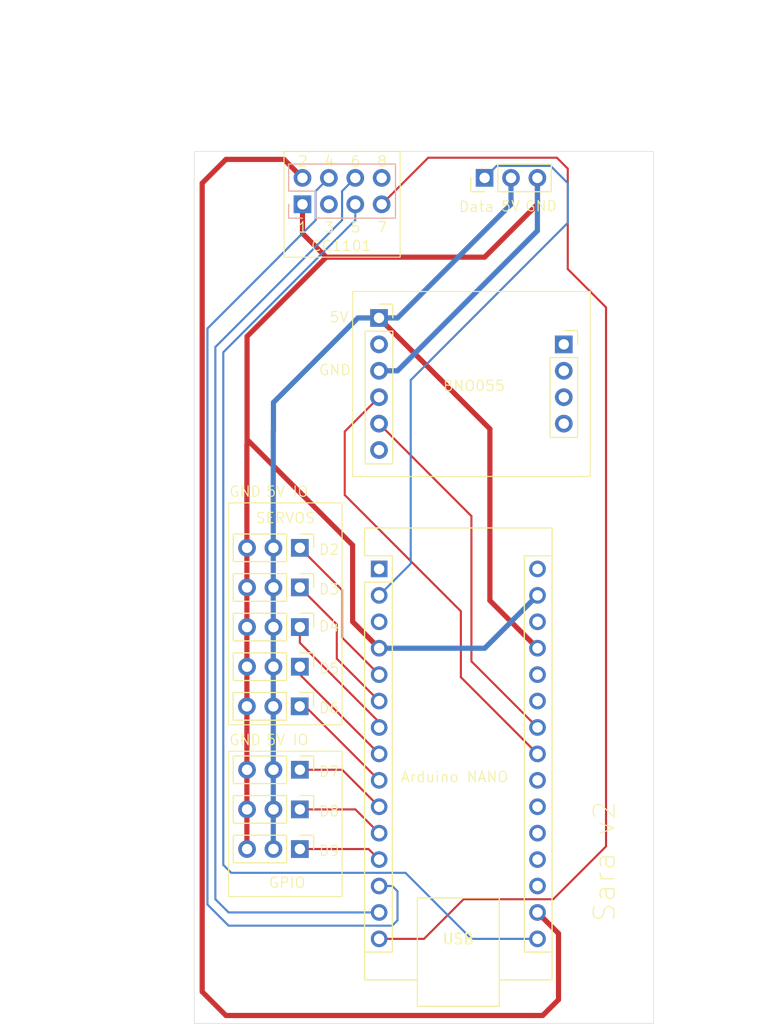
<source format=kicad_pcb>
(kicad_pcb (version 20240108) (generator "pcbnew") (generator_version "8.0")
  (layers (0 "F.Cu" signal) (31 "B.Cu" signal) (34 "B.Paste" user) (35 "F.Paste" user) (36 "B.SilkS" user "B.Silkscreen") (37 "F.SilkS" user "F.Silkscreen") (38 "B.Mask" user) (39 "F.Mask" user) (44 "Edge.Cuts" user))
  (net 0 "")
  (net 3 "Net-(A1-D5)")
  (net 4 "/3.3V")
  (net 6 "/GND")
  (net 7 "Net-(A1-+5V)")
  (net 8 "Net-(A1-D4)")
  (net 10 "/GDO2")
  (net 11 "Net-(A1-SCL{slash}A5)")
  (net 13 "Net-(A1-D2)")
  (net 15 "Net-(A1-RX1)")
  (net 17 "/MISO")
  (net 20 "/CSN")
  (net 21 "Net-(A1-D3)")
  (net 23 "Net-(A1-SDA{slash}A4)")
  (net 30 "/MOSI")
  (net 32 "/GD01")
  (net 33 "Net-(A1-D8)")
  (net 34 "Net-(A1-D9)")
  (net 35 "Net-(A1-D7)")
  (net 36 "/SCK")
  (net 37 "Net-(A1-D6)")
  (footprint "Connector_PinHeader_2.54mm:PinHeader_1x03_P2.54mm_Vertical" (layer "F.Cu") (at 96.52 94.996 -90)
    (property "Reference" "J7" (hide yes))
    (property "Value" "GPIO9" (hide yes))
    (fp_line (start -1.33 6.41) (end 1.33 6.41) (stroke (width 0.12)) (layer "F.SilkS"))
    (fp_line (start -1.33 1.27) (end -1.33 6.41) (stroke (width 0.12)) (layer "F.SilkS"))
    (fp_line (start -1.33 1.27) (end 1.33 1.27) (stroke (width 0.12)) (layer "F.SilkS"))
    (fp_line (start 1.33 1.27) (end 1.33 6.41) (stroke (width 0.12)) (layer "F.SilkS"))
    (fp_line (start -1.33 0) (end -1.33 -1.33) (stroke (width 0.12)) (layer "F.SilkS"))
    (fp_line (start -1.33 -1.33) (end 0 -1.33) (stroke (width 0.12)) (layer "F.SilkS"))
    (pad "1" thru_hole rect (at 0 0 270) (size 1.7 1.7) (drill 1) (layers "*.Cu" "*.Mask") (net 34 "Net-(A1-D9)"))
    (pad "2" thru_hole oval (at 0 2.54 270) (size 1.7 1.7) (drill 1) (layers "*.Cu" "*.Mask") (net 7 "Net-(A1-+5V)"))
    (pad "3" thru_hole oval (at 0 5.08 270) (size 1.7 1.7) (drill 1) (layers "*.Cu" "*.Mask") (net 6 "/GND"))
  )
  (footprint "Module:Arduino_Nano" (layer "F.Cu") (at 104.15 68.072)
    (property "Reference" "A1" (hide yes))
    (property "Value" "Arduino_Nano_Every" (hide yes))
    (fp_line (start -1.4 -3.94) (end -1.4 -1.27) (stroke (width 0.12)) (layer "F.SilkS"))
    (fp_line (start -1.4 1.27) (end -1.4 39.5) (stroke (width 0.12)) (layer "F.SilkS"))
    (fp_line (start -1.4 39.5) (end 3.68 39.5) (stroke (width 0.12)) (layer "F.SilkS"))
    (fp_line (start 1.27 -1.27) (end -1.4 -1.27) (stroke (width 0.12)) (layer "F.SilkS"))
    (fp_line (start 1.27 1.27) (end -1.4 1.27) (stroke (width 0.12)) (layer "F.SilkS"))
    (fp_line (start 1.27 1.27) (end 1.27 -1.27) (stroke (width 0.12)) (layer "F.SilkS"))
    (fp_line (start 1.27 1.27) (end 1.27 36.83) (stroke (width 0.12)) (layer "F.SilkS"))
    (fp_line (start 1.27 36.83) (end -1.4 36.83) (stroke (width 0.12)) (layer "F.SilkS"))
    (fp_line (start 3.68 31.62) (end 11.56 31.62) (stroke (width 0.12)) (layer "F.SilkS"))
    (fp_line (start 3.68 42.04) (end 3.68 31.62) (stroke (width 0.12)) (layer "F.SilkS"))
    (fp_line (start 11.56 31.62) (end 11.56 42.04) (stroke (width 0.12)) (layer "F.SilkS"))
    (fp_line (start 11.56 42.04) (end 3.68 42.04) (stroke (width 0.12)) (layer "F.SilkS"))
    (fp_line (start 13.97 -1.27) (end 13.97 36.83) (stroke (width 0.12)) (layer "F.SilkS"))
    (fp_line (start 13.97 -1.27) (end 16.64 -1.27) (stroke (width 0.12)) (layer "F.SilkS"))
    (fp_line (start 13.97 36.83) (end 16.64 36.83) (stroke (width 0.12)) (layer "F.SilkS"))
    (fp_line (start 16.64 -3.94) (end -1.4 -3.94) (stroke (width 0.12)) (layer "F.SilkS"))
    (fp_line (start 16.64 39.5) (end 11.56 39.5) (stroke (width 0.12)) (layer "F.SilkS"))
    (fp_line (start 16.64 39.5) (end 16.64 -3.94) (stroke (width 0.12)) (layer "F.SilkS"))
    (fp_text user "USB" (at 7.62 35.56 0) (layer "F.SilkS"))
    (pad "1" thru_hole rect (at 0 0) (size 1.6 1.6) (drill 1) (layers "*.Cu" "*.Mask"))
    (pad "2" thru_hole oval (at 0 2.54) (size 1.6 1.6) (drill 1) (layers "*.Cu" "*.Mask") (net 15 "Net-(A1-RX1)"))
    (pad "3" thru_hole oval (at 0 5.08) (size 1.6 1.6) (drill 1) (layers "*.Cu" "*.Mask"))
    (pad "4" thru_hole oval (at 0 7.62) (size 1.6 1.6) (drill 1) (layers "*.Cu" "*.Mask") (net 6 "/GND"))
    (pad "5" thru_hole oval (at 0 10.16) (size 1.6 1.6) (drill 1) (layers "*.Cu" "*.Mask") (net 13 "Net-(A1-D2)"))
    (pad "6" thru_hole oval (at 0 12.7) (size 1.6 1.6) (drill 1) (layers "*.Cu" "*.Mask") (net 21 "Net-(A1-D3)"))
    (pad "7" thru_hole oval (at 0 15.24) (size 1.6 1.6) (drill 1) (layers "*.Cu" "*.Mask") (net 8 "Net-(A1-D4)"))
    (pad "8" thru_hole oval (at 0 17.78) (size 1.6 1.6) (drill 1) (layers "*.Cu" "*.Mask") (net 3 "Net-(A1-D5)"))
    (pad "9" thru_hole oval (at 0 20.32) (size 1.6 1.6) (drill 1) (layers "*.Cu" "*.Mask") (net 37 "Net-(A1-D6)"))
    (pad "10" thru_hole oval (at 0 22.86) (size 1.6 1.6) (drill 1) (layers "*.Cu" "*.Mask") (net 35 "Net-(A1-D7)"))
    (pad "11" thru_hole oval (at 0 25.4) (size 1.6 1.6) (drill 1) (layers "*.Cu" "*.Mask") (net 33 "Net-(A1-D8)"))
    (pad "12" thru_hole oval (at 0 27.94) (size 1.6 1.6) (drill 1) (layers "*.Cu" "*.Mask") (net 34 "Net-(A1-D9)"))
    (pad "13" thru_hole oval (at 0 30.48) (size 1.6 1.6) (drill 1) (layers "*.Cu" "*.Mask") (net 20 "/CSN"))
    (pad "14" thru_hole oval (at 0 33.02) (size 1.6 1.6) (drill 1) (layers "*.Cu" "*.Mask") (net 30 "/MOSI"))
    (pad "15" thru_hole oval (at 0 35.56) (size 1.6 1.6) (drill 1) (layers "*.Cu" "*.Mask") (net 17 "/MISO"))
    (pad "16" thru_hole oval (at 15.24 35.56) (size 1.6 1.6) (drill 1) (layers "*.Cu" "*.Mask") (net 36 "/SCK"))
    (pad "17" thru_hole oval (at 15.24 33.02) (size 1.6 1.6) (drill 1) (layers "*.Cu" "*.Mask") (net 4 "/3.3V"))
    (pad "18" thru_hole oval (at 15.24 30.48) (size 1.6 1.6) (drill 1) (layers "*.Cu" "*.Mask"))
    (pad "19" thru_hole oval (at 15.24 27.94) (size 1.6 1.6) (drill 1) (layers "*.Cu" "*.Mask"))
    (pad "20" thru_hole oval (at 15.24 25.4) (size 1.6 1.6) (drill 1) (layers "*.Cu" "*.Mask"))
    (pad "21" thru_hole oval (at 15.24 22.86) (size 1.6 1.6) (drill 1) (layers "*.Cu" "*.Mask"))
    (pad "22" thru_hole oval (at 15.24 20.32) (size 1.6 1.6) (drill 1) (layers "*.Cu" "*.Mask"))
    (pad "23" thru_hole oval (at 15.24 17.78) (size 1.6 1.6) (drill 1) (layers "*.Cu" "*.Mask") (net 23 "Net-(A1-SDA{slash}A4)"))
    (pad "24" thru_hole oval (at 15.24 15.24) (size 1.6 1.6) (drill 1) (layers "*.Cu" "*.Mask") (net 11 "Net-(A1-SCL{slash}A5)"))
    (pad "25" thru_hole oval (at 15.24 12.7) (size 1.6 1.6) (drill 1) (layers "*.Cu" "*.Mask"))
    (pad "26" thru_hole oval (at 15.24 10.16) (size 1.6 1.6) (drill 1) (layers "*.Cu" "*.Mask"))
    (pad "27" thru_hole oval (at 15.24 7.62) (size 1.6 1.6) (drill 1) (layers "*.Cu" "*.Mask") (net 7 "Net-(A1-+5V)"))
    (pad "28" thru_hole oval (at 15.24 5.08) (size 1.6 1.6) (drill 1) (layers "*.Cu" "*.Mask"))
    (pad "29" thru_hole oval (at 15.24 2.54) (size 1.6 1.6) (drill 1) (layers "*.Cu" "*.Mask") (net 6 "/GND"))
    (pad "30" thru_hole oval (at 15.24 0) (size 1.6 1.6) (drill 1) (layers "*.Cu" "*.Mask"))
  )
  (footprint "Connector_PinSocket_2.54mm:PinSocket_1x04_P2.54mm_Vertical" (layer "F.Cu") (at 121.92 46.482)
    (property "Reference" "J2" (hide yes))
    (property "Value" "Conn_01x04_Pin" (hide yes))
    (fp_line (start -1.33 1.27) (end -1.33 8.95) (stroke (width 0.12)) (layer "F.SilkS"))
    (fp_line (start -1.33 1.27) (end 1.33 1.27) (stroke (width 0.12)) (layer "F.SilkS"))
    (fp_line (start -1.33 8.95) (end 1.33 8.95) (stroke (width 0.12)) (layer "F.SilkS"))
    (fp_line (start 0 -1.33) (end 1.33 -1.33) (stroke (width 0.12)) (layer "F.SilkS"))
    (fp_line (start 1.33 -1.33) (end 1.33 0) (stroke (width 0.12)) (layer "F.SilkS"))
    (fp_line (start 1.33 1.27) (end 1.33 8.95) (stroke (width 0.12)) (layer "F.SilkS"))
    (pad "1" thru_hole rect (at 0 0) (size 1.7 1.7) (drill 1) (layers "*.Cu" "*.Mask"))
    (pad "2" thru_hole oval (at 0 2.54) (size 1.7 1.7) (drill 1) (layers "*.Cu" "*.Mask"))
    (pad "3" thru_hole oval (at 0 5.08) (size 1.7 1.7) (drill 1) (layers "*.Cu" "*.Mask"))
    (pad "4" thru_hole oval (at 0 7.62) (size 1.7 1.7) (drill 1) (layers "*.Cu" "*.Mask"))
  )
  (footprint "MountingHole:MountingHole_3mm" (layer "F.Cu") (at 91.44 33.02)
    (property "Reference" "H2" (hide yes))
    (property "Value" "MountingHole" (hide yes))
    (pad "" np_thru_hole circle (at 0 0) (size 3 3) (drill 3) (layers "*.Cu" "*.Mask"))
  )
  (footprint "MountingHole:MountingHole_3mm" (layer "F.Cu") (at 91.44 106.68)
    (property "Reference" "H3" (hide yes))
    (property "Value" "MountingHole" (hide yes))
    (pad "" np_thru_hole circle (at 0 0) (size 3 3) (drill 3) (layers "*.Cu" "*.Mask"))
  )
  (footprint "Connector_PinHeader_2.54mm:PinHeader_1x03_P2.54mm_Vertical" (layer "F.Cu") (at 96.52 87.376 -90)
    (property "Reference" "J5" (hide yes))
    (property "Value" "GPIO7" (hide yes))
    (fp_line (start -1.33 6.41) (end 1.33 6.41) (stroke (width 0.12)) (layer "F.SilkS"))
    (fp_line (start -1.33 1.27) (end -1.33 6.41) (stroke (width 0.12)) (layer "F.SilkS"))
    (fp_line (start -1.33 1.27) (end 1.33 1.27) (stroke (width 0.12)) (layer "F.SilkS"))
    (fp_line (start 1.33 1.27) (end 1.33 6.41) (stroke (width 0.12)) (layer "F.SilkS"))
    (fp_line (start -1.33 0) (end -1.33 -1.33) (stroke (width 0.12)) (layer "F.SilkS"))
    (fp_line (start -1.33 -1.33) (end 0 -1.33) (stroke (width 0.12)) (layer "F.SilkS"))
    (pad "1" thru_hole rect (at 0 0 270) (size 1.7 1.7) (drill 1) (layers "*.Cu" "*.Mask") (net 35 "Net-(A1-D7)"))
    (pad "2" thru_hole oval (at 0 2.54 270) (size 1.7 1.7) (drill 1) (layers "*.Cu" "*.Mask") (net 7 "Net-(A1-+5V)"))
    (pad "3" thru_hole oval (at 0 5.08 270) (size 1.7 1.7) (drill 1) (layers "*.Cu" "*.Mask") (net 6 "/GND"))
  )
  (footprint "Connector_PinHeader_2.54mm:PinHeader_1x03_P2.54mm_Vertical" (layer "F.Cu") (at 96.52 69.85 -90)
    (property "Reference" "M2" (hide yes))
    (property "Value" "Motor_Servo" (hide yes))
    (fp_line (start -1.33 6.41) (end 1.33 6.41) (stroke (width 0.12)) (layer "F.SilkS"))
    (fp_line (start -1.33 1.27) (end -1.33 6.41) (stroke (width 0.12)) (layer "F.SilkS"))
    (fp_line (start -1.33 1.27) (end 1.33 1.27) (stroke (width 0.12)) (layer "F.SilkS"))
    (fp_line (start 1.33 1.27) (end 1.33 6.41) (stroke (width 0.12)) (layer "F.SilkS"))
    (fp_line (start -1.33 0) (end -1.33 -1.33) (stroke (width 0.12)) (layer "F.SilkS"))
    (fp_line (start -1.33 -1.33) (end 0 -1.33) (stroke (width 0.12)) (layer "F.SilkS"))
    (pad "1" thru_hole rect (at 0 0 270) (size 1.7 1.7) (drill 1) (layers "*.Cu" "*.Mask") (net 21 "Net-(A1-D3)"))
    (pad "2" thru_hole oval (at 0 2.54 270) (size 1.7 1.7) (drill 1) (layers "*.Cu" "*.Mask") (net 7 "Net-(A1-+5V)"))
    (pad "3" thru_hole oval (at 0 5.08 270) (size 1.7 1.7) (drill 1) (layers "*.Cu" "*.Mask") (net 6 "/GND"))
  )
  (footprint "Connector_PinHeader_2.54mm:PinHeader_1x03_P2.54mm_Vertical" (layer "F.Cu") (at 96.52 66.04 -90)
    (property "Reference" "M1" (hide yes))
    (property "Value" "Motor_Servo" (hide yes))
    (fp_line (start -1.33 6.41) (end 1.33 6.41) (stroke (width 0.12)) (layer "F.SilkS"))
    (fp_line (start -1.33 1.27) (end -1.33 6.41) (stroke (width 0.12)) (layer "F.SilkS"))
    (fp_line (start -1.33 1.27) (end 1.33 1.27) (stroke (width 0.12)) (layer "F.SilkS"))
    (fp_line (start 1.33 1.27) (end 1.33 6.41) (stroke (width 0.12)) (layer "F.SilkS"))
    (fp_line (start -1.33 0) (end -1.33 -1.33) (stroke (width 0.12)) (layer "F.SilkS"))
    (fp_line (start -1.33 -1.33) (end 0 -1.33) (stroke (width 0.12)) (layer "F.SilkS"))
    (pad "1" thru_hole rect (at 0 0 270) (size 1.7 1.7) (drill 1) (layers "*.Cu" "*.Mask") (net 13 "Net-(A1-D2)"))
    (pad "2" thru_hole oval (at 0 2.54 270) (size 1.7 1.7) (drill 1) (layers "*.Cu" "*.Mask") (net 7 "Net-(A1-+5V)"))
    (pad "3" thru_hole oval (at 0 5.08 270) (size 1.7 1.7) (drill 1) (layers "*.Cu" "*.Mask") (net 6 "/GND"))
  )
  (footprint "Connector_PinHeader_2.54mm:PinHeader_1x03_P2.54mm_Vertical" (layer "F.Cu") (at 96.52 73.66 -90)
    (property "Reference" "M3" (hide yes))
    (property "Value" "Motor_Servo" (hide yes))
    (fp_line (start -1.33 6.41) (end 1.33 6.41) (stroke (width 0.12)) (layer "F.SilkS"))
    (fp_line (start -1.33 1.27) (end -1.33 6.41) (stroke (width 0.12)) (layer "F.SilkS"))
    (fp_line (start -1.33 1.27) (end 1.33 1.27) (stroke (width 0.12)) (layer "F.SilkS"))
    (fp_line (start 1.33 1.27) (end 1.33 6.41) (stroke (width 0.12)) (layer "F.SilkS"))
    (fp_line (start -1.33 0) (end -1.33 -1.33) (stroke (width 0.12)) (layer "F.SilkS"))
    (fp_line (start -1.33 -1.33) (end 0 -1.33) (stroke (width 0.12)) (layer "F.SilkS"))
    (pad "1" thru_hole rect (at 0 0 270) (size 1.7 1.7) (drill 1) (layers "*.Cu" "*.Mask") (net 8 "Net-(A1-D4)"))
    (pad "2" thru_hole oval (at 0 2.54 270) (size 1.7 1.7) (drill 1) (layers "*.Cu" "*.Mask") (net 7 "Net-(A1-+5V)"))
    (pad "3" thru_hole oval (at 0 5.08 270) (size 1.7 1.7) (drill 1) (layers "*.Cu" "*.Mask") (net 6 "/GND"))
  )
  (footprint "Connector_PinHeader_2.54mm:PinHeader_1x03_P2.54mm_Vertical" (layer "F.Cu") (at 96.505 81.28 -90)
    (property "Reference" "M5" (hide yes))
    (property "Value" "Motor_Servo" (hide yes))
    (fp_line (start -1.33 6.41) (end 1.33 6.41) (stroke (width 0.12)) (layer "F.SilkS"))
    (fp_line (start -1.33 1.27) (end -1.33 6.41) (stroke (width 0.12)) (layer "F.SilkS"))
    (fp_line (start -1.33 1.27) (end 1.33 1.27) (stroke (width 0.12)) (layer "F.SilkS"))
    (fp_line (start 1.33 1.27) (end 1.33 6.41) (stroke (width 0.12)) (layer "F.SilkS"))
    (fp_line (start -1.33 0) (end -1.33 -1.33) (stroke (width 0.12)) (layer "F.SilkS"))
    (fp_line (start -1.33 -1.33) (end 0 -1.33) (stroke (width 0.12)) (layer "F.SilkS"))
    (pad "1" thru_hole rect (at 0 0 270) (size 1.7 1.7) (drill 1) (layers "*.Cu" "*.Mask") (net 37 "Net-(A1-D6)"))
    (pad "2" thru_hole oval (at 0 2.54 270) (size 1.7 1.7) (drill 1) (layers "*.Cu" "*.Mask") (net 7 "Net-(A1-+5V)"))
    (pad "3" thru_hole oval (at 0 5.08 270) (size 1.7 1.7) (drill 1) (layers "*.Cu" "*.Mask") (net 6 "/GND"))
  )
  (footprint "Connector_PinHeader_2.54mm:PinHeader_1x03_P2.54mm_Vertical" (layer "F.Cu") (at 96.52 91.186 -90)
    (property "Reference" "J6" (hide yes))
    (property "Value" "GPIO8" (hide yes))
    (fp_line (start -1.33 6.41) (end 1.33 6.41) (stroke (width 0.12)) (layer "F.SilkS"))
    (fp_line (start -1.33 1.27) (end -1.33 6.41) (stroke (width 0.12)) (layer "F.SilkS"))
    (fp_line (start -1.33 1.27) (end 1.33 1.27) (stroke (width 0.12)) (layer "F.SilkS"))
    (fp_line (start 1.33 1.27) (end 1.33 6.41) (stroke (width 0.12)) (layer "F.SilkS"))
    (fp_line (start -1.33 0) (end -1.33 -1.33) (stroke (width 0.12)) (layer "F.SilkS"))
    (fp_line (start -1.33 -1.33) (end 0 -1.33) (stroke (width 0.12)) (layer "F.SilkS"))
    (pad "1" thru_hole rect (at 0 0 270) (size 1.7 1.7) (drill 1) (layers "*.Cu" "*.Mask") (net 33 "Net-(A1-D8)"))
    (pad "2" thru_hole oval (at 0 2.54 270) (size 1.7 1.7) (drill 1) (layers "*.Cu" "*.Mask") (net 7 "Net-(A1-+5V)"))
    (pad "3" thru_hole oval (at 0 5.08 270) (size 1.7 1.7) (drill 1) (layers "*.Cu" "*.Mask") (net 6 "/GND"))
  )
  (footprint "Connector_PinHeader_2.54mm:PinHeader_1x03_P2.54mm_Vertical" (layer "F.Cu") (at 96.52 77.47 -90)
    (property "Reference" "M4" (hide yes))
    (property "Value" "Motor_Servo" (hide yes))
    (fp_line (start -1.33 6.41) (end 1.33 6.41) (stroke (width 0.12)) (layer "F.SilkS"))
    (fp_line (start -1.33 1.27) (end -1.33 6.41) (stroke (width 0.12)) (layer "F.SilkS"))
    (fp_line (start -1.33 1.27) (end 1.33 1.27) (stroke (width 0.12)) (layer "F.SilkS"))
    (fp_line (start 1.33 1.27) (end 1.33 6.41) (stroke (width 0.12)) (layer "F.SilkS"))
    (fp_line (start -1.33 0) (end -1.33 -1.33) (stroke (width 0.12)) (layer "F.SilkS"))
    (fp_line (start -1.33 -1.33) (end 0 -1.33) (stroke (width 0.12)) (layer "F.SilkS"))
    (pad "1" thru_hole rect (at 0 0 270) (size 1.7 1.7) (drill 1) (layers "*.Cu" "*.Mask") (net 3 "Net-(A1-D5)"))
    (pad "2" thru_hole oval (at 0 2.54 270) (size 1.7 1.7) (drill 1) (layers "*.Cu" "*.Mask") (net 7 "Net-(A1-+5V)"))
    (pad "3" thru_hole oval (at 0 5.08 270) (size 1.7 1.7) (drill 1) (layers "*.Cu" "*.Mask") (net 6 "/GND"))
  )
  (footprint "MountingHole:MountingHole_3mm" (layer "F.Cu") (at 125.984 33.02)
    (property "Reference" "H1" (hide yes))
    (property "Value" "MountingHole" (hide yes))
    (pad "" np_thru_hole circle (at 0 0) (size 3 3) (drill 3) (layers "*.Cu" "*.Mask"))
  )
  (footprint "MountingHole:MountingHole_3mm" (layer "F.Cu") (at 125.984 106.426)
    (property "Reference" "H4" (hide yes))
    (property "Value" "MountingHole" (hide yes))
    (pad "" np_thru_hole circle (at 0 0) (size 3 3) (drill 3) (layers "*.Cu" "*.Mask"))
  )
  (footprint "Connector_PinHeader_2.54mm:PinHeader_1x03_P2.54mm_Vertical" (layer "F.Cu") (at 114.3 30.48 90)
    (property "Reference" "J3" (hide yes))
    (property "Value" "Conn_01x03" (hide yes))
    (fp_line (start -1.33 -1.33) (end 0 -1.33) (stroke (width 0.12)) (layer "F.SilkS"))
    (fp_line (start -1.33 0) (end -1.33 -1.33) (stroke (width 0.12)) (layer "F.SilkS"))
    (fp_line (start 1.33 1.27) (end 1.33 6.41) (stroke (width 0.12)) (layer "F.SilkS"))
    (fp_line (start -1.33 1.27) (end 1.33 1.27) (stroke (width 0.12)) (layer "F.SilkS"))
    (fp_line (start -1.33 1.27) (end -1.33 6.41) (stroke (width 0.12)) (layer "F.SilkS"))
    (fp_line (start -1.33 6.41) (end 1.33 6.41) (stroke (width 0.12)) (layer "F.SilkS"))
    (pad "1" thru_hole rect (at 0 0 90) (size 1.7 1.7) (drill 1) (layers "*.Cu" "*.Mask") (net 15 "Net-(A1-RX1)"))
    (pad "2" thru_hole oval (at 0 2.54 90) (size 1.7 1.7) (drill 1) (layers "*.Cu" "*.Mask") (net 7 "Net-(A1-+5V)"))
    (pad "3" thru_hole oval (at 0 5.08 90) (size 1.7 1.7) (drill 1) (layers "*.Cu" "*.Mask") (net 6 "/GND"))
  )
  (footprint "Connector_PinSocket_2.54mm:PinSocket_1x06_P2.54mm_Vertical" (layer "F.Cu") (at 104.14 43.942)
    (property "Reference" "J1" (hide yes))
    (property "Value" "Conn_01x06_Pin" (hide yes))
    (fp_line (start -1.33 1.27) (end -1.33 14.03) (stroke (width 0.12)) (layer "F.SilkS"))
    (fp_line (start -1.33 1.27) (end 1.33 1.27) (stroke (width 0.12)) (layer "F.SilkS"))
    (fp_line (start -1.33 14.03) (end 1.33 14.03) (stroke (width 0.12)) (layer "F.SilkS"))
    (fp_line (start 0 -1.33) (end 1.33 -1.33) (stroke (width 0.12)) (layer "F.SilkS"))
    (fp_line (start 1.33 -1.33) (end 1.33 0) (stroke (width 0.12)) (layer "F.SilkS"))
    (fp_line (start 1.33 1.27) (end 1.33 14.03) (stroke (width 0.12)) (layer "F.SilkS"))
    (pad "1" thru_hole rect (at 0 0) (size 1.7 1.7) (drill 1) (layers "*.Cu" "*.Mask") (net 7 "Net-(A1-+5V)"))
    (pad "2" thru_hole oval (at 0 2.54) (size 1.7 1.7) (drill 1) (layers "*.Cu" "*.Mask"))
    (pad "3" thru_hole oval (at 0 5.08) (size 1.7 1.7) (drill 1) (layers "*.Cu" "*.Mask") (net 6 "/GND"))
    (pad "4" thru_hole oval (at 0 7.62) (size 1.7 1.7) (drill 1) (layers "*.Cu" "*.Mask") (net 23 "Net-(A1-SDA{slash}A4)"))
    (pad "5" thru_hole oval (at 0 10.16) (size 1.7 1.7) (drill 1) (layers "*.Cu" "*.Mask") (net 11 "Net-(A1-SCL{slash}A5)"))
    (pad "6" thru_hole oval (at 0 12.7) (size 1.7 1.7) (drill 1) (layers "*.Cu" "*.Mask"))
  )
  (footprint "Connector_PinSocket_2.54mm:PinSocket_2x04_P2.54mm_Vertical" (layer "B.Cu") (at 96.774 33.02 -90)
    (property "Reference" "J4" (hide yes))
    (property "Value" "Conn_02x04_Odd_Even" (hide yes))
    (fp_line (start -1.27 1.33) (end -3.87 1.33) (stroke (width 0.12)) (layer "B.SilkS"))
    (fp_line (start 1.33 1.33) (end 0 1.33) (stroke (width 0.12)) (layer "B.SilkS"))
    (fp_line (start 1.33 0) (end 1.33 1.33) (stroke (width 0.12)) (layer "B.SilkS"))
    (fp_line (start -1.27 -1.27) (end -1.27 1.33) (stroke (width 0.12)) (layer "B.SilkS"))
    (fp_line (start 1.33 -1.27) (end -1.27 -1.27) (stroke (width 0.12)) (layer "B.SilkS"))
    (fp_line (start -3.87 -8.95) (end -3.87 1.33) (stroke (width 0.12)) (layer "B.SilkS"))
    (fp_line (start 1.33 -8.95) (end 1.33 -1.27) (stroke (width 0.12)) (layer "B.SilkS"))
    (fp_line (start 1.33 -8.95) (end -3.87 -8.95) (stroke (width 0.12)) (layer "B.SilkS"))
    (pad "1" thru_hole rect (at 0 0 270) (size 1.7 1.7) (drill 1) (layers "*.Cu" "*.Mask") (net 6 "/GND"))
    (pad "2" thru_hole oval (at -2.54 0 270) (size 1.7 1.7) (drill 1) (layers "*.Cu" "*.Mask") (net 4 "/3.3V"))
    (pad "3" thru_hole oval (at 0 -2.54 270) (size 1.7 1.7) (drill 1) (layers "*.Cu" "*.Mask") (net 32 "/GD01"))
    (pad "4" thru_hole oval (at -2.54 -2.54 270) (size 1.7 1.7) (drill 1) (layers "*.Cu" "*.Mask") (net 20 "/CSN"))
    (pad "5" thru_hole oval (at 0 -5.08 270) (size 1.7 1.7) (drill 1) (layers "*.Cu" "*.Mask") (net 36 "/SCK"))
    (pad "6" thru_hole oval (at -2.54 -5.08 270) (size 1.7 1.7) (drill 1) (layers "*.Cu" "*.Mask") (net 30 "/MOSI"))
    (pad "7" thru_hole oval (at 0 -7.62 270) (size 1.7 1.7) (drill 1) (layers "*.Cu" "*.Mask") (net 17 "/MISO"))
    (pad "8" thru_hole oval (at -2.54 -7.62 270) (size 1.7 1.7) (drill 1) (layers "*.Cu" "*.Mask") (net 10 "/GDO2"))
  )
  (gr_rect (start 89.662 61.722) (end 100.584 83.058) (stroke (width 0.1)) (fill none) (layer "F.SilkS"))
  (gr_rect (start 89.662 85.598) (end 100.584 99.568) (stroke (width 0.1)) (fill none) (layer "F.SilkS"))
  (gr_rect (start 101.6 41.402) (end 124.46 59.182) (stroke (width 0.1)) (fill none) (layer "F.SilkS"))
  (gr_rect (start 94.996 27.94) (end 106.172 38.1) (stroke (width 0.1)) (fill none) (layer "F.SilkS"))
  (gr_rect (start 86.36 27.94) (end 130.556 111.76) (stroke (width 0.05)) (fill none) (layer "Edge.Cuts"))
  (gr_text "6" (at 101.346 29.464 0) (layer "F.SilkS") (effects (font (size 1 1) (thickness 0.1)) (justify left bottom)))
  (gr_text "D3\n" (at 98.298 70.612 0) (layer "F.SilkS") (effects (font (size 1 1) (thickness 0.1)) (justify left bottom)))
  (gr_text "Arduino NANO" (at 106.172 88.646 0) (layer "F.SilkS") (effects (font (size 1 1) (thickness 0.1)) (justify left bottom)))
  (gr_text "4" (at 98.806 29.464 0) (layer "F.SilkS") (effects (font (size 1 1) (thickness 0.1)) (justify left bottom)))
  (gr_text "2" (at 96.266 29.464 0) (layer "F.SilkS") (effects (font (size 1 1) (thickness 0.1)) (justify left bottom)))
  (gr_text "7" (at 103.886 35.814 0) (layer "F.SilkS") (effects (font (size 1 1) (thickness 0.1)) (justify left bottom)))
  (gr_text "D9" (at 98.298 95.758 0) (layer "F.SilkS") (effects (font (size 1 1) (thickness 0.1)) (justify left bottom)))
  (gr_text "GND" (at 89.662 85.09 0) (layer "F.SilkS") (effects (font (size 1 1) (thickness 0.1)) (justify left bottom)))
  (gr_text "Sara v2" (at 127 102.108 90) (layer "F.SilkS") (effects (font (size 2 2) (thickness 0.1)) (justify left bottom)))
  (gr_text "1" (at 96.266 35.814 0) (layer "F.SilkS") (effects (font (size 1 1) (thickness 0.1)) (justify left bottom)))
  (gr_text "BNO055" (at 110.236 51.054 0) (layer "F.SilkS") (effects (font (size 1 1) (thickness 0.1)) (justify left bottom)))
  (gr_text "5" (at 101.346 35.814 0) (layer "F.SilkS") (effects (font (size 1 1) (thickness 0.1)) (justify left bottom)))
  (gr_text "5V\n" (at 93.218 85.09 0) (layer "F.SilkS") (effects (font (size 1 1) (thickness 0.1)) (justify left bottom)))
  (gr_text "5V" (at 115.824 33.782 0) (layer "F.SilkS") (effects (font (size 1 1) (thickness 0.1)) (justify left bottom)))
  (gr_text "GND" (at 89.662 61.214 0) (layer "F.SilkS") (effects (font (size 1 1) (thickness 0.1)) (justify left bottom)))
  (gr_text "IO" (at 95.758 61.214 0) (layer "F.SilkS") (effects (font (size 1 1) (thickness 0.1)) (justify left bottom)))
  (gr_text "GPIO" (at 93.472 98.806 0) (layer "F.SilkS") (effects (font (size 1 1) (thickness 0.1)) (justify left bottom)))
  (gr_text "Data" (at 111.76 33.842 0) (layer "F.SilkS") (effects (font (size 1 1) (thickness 0.1)) (justify left bottom)))
  (gr_text "IO" (at 95.758 85.09 0) (layer "F.SilkS") (effects (font (size 1 1) (thickness 0.1)) (justify left bottom)))
  (gr_text "3" (at 98.806 35.814 0) (layer "F.SilkS") (effects (font (size 1 1) (thickness 0.1)) (justify left bottom)))
  (gr_text "5V\n" (at 93.218 61.214 0) (layer "F.SilkS") (effects (font (size 1 1) (thickness 0.1)) (justify left bottom)))
  (gr_text "GND" (at 98.298 49.53 0) (layer "F.SilkS") (effects (font (size 1 1) (thickness 0.1)) (justify left bottom)))
  (gr_text "D7\n" (at 98.298 88.138 0) (layer "F.SilkS") (effects (font (size 1 1) (thickness 0.1)) (justify left bottom)))
  (gr_text "5V" (at 99.314 44.45 0) (layer "F.SilkS") (effects (font (size 1 1) (thickness 0.1)) (justify left bottom)))
  (gr_text "D6" (at 98.298 82.042 0) (layer "F.SilkS") (effects (font (size 1 1) (thickness 0.1)) (justify left bottom)))
  (gr_text "8" (at 103.886 29.464 0) (layer "F.SilkS") (effects (font (size 1 1) (thickness 0.1)) (justify left bottom)))
  (gr_text "GND" (at 118.14 33.782 0) (layer "F.SilkS") (effects (font (size 1 1) (thickness 0.1)) (justify left bottom)))
  (gr_text "D2" (at 98.298 66.802 0) (layer "F.SilkS") (effects (font (size 1 1) (thickness 0.1)) (justify left bottom)))
  (gr_text "SERVOS" (at 92.202 63.754 0) (layer "F.SilkS") (effects (font (size 1 1) (thickness 0.1)) (justify left bottom)))
  (gr_text "D8\n" (at 98.298 91.948 0) (layer "F.SilkS") (effects (font (size 1 1) (thickness 0.1)) (justify left bottom)))
  (gr_text "D5\n" (at 98.298 78.232 0) (layer "F.SilkS") (effects (font (size 1 1) (thickness 0.1)) (justify left bottom)))
  (gr_text "D4\n" (at 98.298 74.168 0) (layer "F.SilkS") (effects (font (size 1 1) (thickness 0.1)) (justify left bottom)))
  (gr_text "CC1101" (at 97.536 37.592 0) (layer "F.SilkS") (effects (font (size 1 1) (thickness 0.1)) (justify left bottom)))
  (segment (start 96.52 78.222) (end 104.15 85.852) (width 0.2) (layer "F.Cu") (net 3))
  (segment (start 96.52 77.47) (end 96.52 78.222) (width 0.2) (layer "F.Cu") (net 3))
  (segment (start 89.408 110.998) (end 119.888 110.998) (width 0.5) (layer "F.Cu") (net 4))
  (segment (start 96.774 30.48) (end 94.996 28.702) (width 0.5) (layer "F.Cu") (net 4))
  (segment (start 89.408 28.702) (end 87.122 30.988) (width 0.5) (layer "F.Cu") (net 4))
  (segment (start 121.412 103.114) (end 119.39 101.092) (width 0.5) (layer "F.Cu") (net 4))
  (segment (start 119.888 110.998) (end 121.412 109.474) (width 0.5) (layer "F.Cu") (net 4))
  (segment (start 87.122 30.988) (end 87.122 108.712) (width 0.5) (layer "F.Cu") (net 4))
  (segment (start 121.412 109.474) (end 121.412 103.114) (width 0.5) (layer "F.Cu") (net 4))
  (segment (start 87.122 108.712) (end 89.408 110.998) (width 0.5) (layer "F.Cu") (net 4))
  (segment (start 94.996 28.702) (end 89.408 28.702) (width 0.5) (layer "F.Cu") (net 4))
  (segment (start 119.38 33.02) (end 114.3 38.1) (width 0.5) (layer "F.Cu") (net 6))
  (segment (start 91.425 56.149) (end 91.425 81.28) (width 0.5) (layer "F.Cu") (net 6))
  (segment (start 96.774 35.814) (end 99.06 38.1) (width 0.5) (layer "F.Cu") (net 6))
  (segment (start 91.425 94.981) (end 91.44 94.996) (width 0.5) (layer "F.Cu") (net 6))
  (segment (start 119.38 30.48) (end 119.38 33.02) (width 0.5) (layer "F.Cu") (net 6))
  (segment (start 91.44 55.626) (end 91.44 56.134) (width 0.5) (layer "F.Cu") (net 6))
  (segment (start 101.6 65.786) (end 101.6 73.142) (width 0.5) (layer "F.Cu") (net 6))
  (segment (start 99.06 38.1) (end 91.44 45.72) (width 0.5) (layer "F.Cu") (net 6))
  (segment (start 114.3 38.1) (end 99.06 38.1) (width 0.5) (layer "F.Cu") (net 6))
  (segment (start 96.774 33.02) (end 96.774 35.814) (width 0.5) (layer "F.Cu") (net 6))
  (segment (start 91.425 81.28) (end 91.425 94.981) (width 0.5) (layer "F.Cu") (net 6))
  (segment (start 91.44 56.134) (end 91.425 56.149) (width 0.5) (layer "F.Cu") (net 6))
  (segment (start 101.6 65.786) (end 91.44 55.626) (width 0.5) (layer "F.Cu") (net 6))
  (segment (start 101.6 73.142) (end 104.15 75.692) (width 0.5) (layer "F.Cu") (net 6))
  (segment (start 91.44 45.72) (end 91.44 55.626) (width 0.5) (layer "F.Cu") (net 6))
  (segment (start 114.31 75.692) (end 119.39 70.612) (width 0.5) (layer "B.Cu") (net 6))
  (segment (start 119.38 35.56) (end 119.38 30.48) (width 0.5) (layer "B.Cu") (net 6))
  (segment (start 109.601 45.339) (end 119.38 35.56) (width 0.5) (layer "B.Cu") (net 6))
  (segment (start 104.15 75.692) (end 114.31 75.692) (width 0.5) (layer "B.Cu") (net 6))
  (segment (start 105.918 49.022) (end 104.14 49.022) (width 0.5) (layer "B.Cu") (net 6))
  (segment (start 109.601 45.339) (end 105.918 49.022) (width 0.5) (layer "B.Cu") (net 6))
  (segment (start 104.14 43.942) (end 114.808 54.61) (width 0.5) (layer "F.Cu") (net 7))
  (segment (start 114.808 71.11) (end 119.39 75.692) (width 0.5) (layer "F.Cu") (net 7))
  (segment (start 114.808 54.61) (end 114.808 71.11) (width 0.5) (layer "F.Cu") (net 7))
  (segment (start 93.98 52.07) (end 102.108 43.942) (width 0.5) (layer "B.Cu") (net 7))
  (segment (start 102.108 43.942) (end 104.14 43.942) (width 0.5) (layer "B.Cu") (net 7))
  (segment (start 116.84 30.48) (end 116.84 33.02) (width 0.5) (layer "B.Cu") (net 7))
  (segment (start 93.98 54.803522) (end 93.98 52.07) (width 0.5) (layer "B.Cu") (net 7))
  (segment (start 93.965 81.28) (end 93.965 94.981) (width 0.5) (layer "B.Cu") (net 7))
  (segment (start 116.84 33.02) (end 105.918 43.942) (width 0.5) (layer "B.Cu") (net 7))
  (segment (start 93.965 94.981) (end 93.98 94.996) (width 0.5) (layer "B.Cu") (net 7))
  (segment (start 105.918 43.942) (end 104.14 43.942) (width 0.5) (layer "B.Cu") (net 7))
  (segment (start 93.965 81.28) (end 93.965 54.818522) (width 0.5) (layer "B.Cu") (net 7))
  (segment (start 93.965 54.818522) (end 93.98 54.803522) (width 0.5) (layer "B.Cu") (net 7))
  (segment (start 104.15 83.312) (end 104.15 82.8) (width 0.2) (layer "F.Cu") (net 8))
  (segment (start 96.52 75.17) (end 96.52 73.66) (width 0.2) (layer "F.Cu") (net 8))
  (segment (start 104.15 82.8) (end 96.52 75.17) (width 0.2) (layer "F.Cu") (net 8))
  (segment (start 113.03 76.952) (end 119.39 83.312) (width 0.2) (layer "F.Cu") (net 11))
  (segment (start 113.03 62.992) (end 113.03 76.952) (width 0.2) (layer "F.Cu") (net 11))
  (segment (start 104.14 54.102) (end 113.03 62.992) (width 0.2) (layer "F.Cu") (net 11))
  (segment (start 100.584 74.666) (end 100.584 73.66) (width 0.2) (layer "F.Cu") (net 13))
  (segment (start 96.52 66.04) (end 100.584 70.104) (width 0.2) (layer "F.Cu") (net 13))
  (segment (start 104.15 78.232) (end 100.584 74.666) (width 0.2) (layer "F.Cu") (net 13))
  (segment (start 100.584 70.104) (end 100.584 73.66) (width 0.2) (layer "F.Cu") (net 13))
  (segment (start 115.45 29.33) (end 120.650909 29.33) (width 0.2) (layer "B.Cu") (net 15))
  (segment (start 114.3 30.48) (end 115.45 29.33) (width 0.2) (layer "B.Cu") (net 15))
  (segment (start 122.308909 30.988) (end 122.308909 34.798) (width 0.2) (layer "B.Cu") (net 15))
  (segment (start 120.650909 29.33) (end 122.308909 30.988) (width 0.2) (layer "B.Cu") (net 15))
  (segment (start 107.188 49.918909) (end 107.188 67.574) (width 0.2) (layer "B.Cu") (net 15))
  (segment (start 107.188 67.574) (end 104.15 70.612) (width 0.2) (layer "B.Cu") (net 15))
  (segment (start 122.308909 34.798) (end 107.188 49.918909) (width 0.2) (layer "B.Cu") (net 15))
  (segment (start 121.25 28.54) (end 122.301 29.591) (width 0.2) (layer "F.Cu") (net 17))
  (segment (start 112.278 99.822) (end 108.468 103.632) (width 0.2) (layer "F.Cu") (net 17))
  (segment (start 108.874 28.54) (end 121.25 28.54) (width 0.2) (layer "F.Cu") (net 17))
  (segment (start 108.468 103.632) (end 104.15 103.632) (width 0.2) (layer "F.Cu") (net 17))
  (segment (start 122.301 29.591) (end 122.301 39.243) (width 0.2) (layer "F.Cu") (net 17))
  (segment (start 122.301 39.243) (end 125.984 42.926) (width 0.2) (layer "F.Cu") (net 17))
  (segment (start 125.984 94.742) (end 120.904 99.822) (width 0.2) (layer "F.Cu") (net 17))
  (segment (start 125.984 42.926) (end 125.984 94.742) (width 0.2) (layer "F.Cu") (net 17))
  (segment (start 120.904 99.822) (end 112.278 99.822) (width 0.2) (layer "F.Cu") (net 17))
  (segment (start 104.394 33.02) (end 108.874 28.54) (width 0.2) (layer "F.Cu") (net 17))
  (segment (start 89.662 102.362) (end 87.63 100.33) (width 0.2) (layer "B.Cu") (net 20))
  (segment (start 105.41 102.362) (end 89.662 102.362) (width 0.2) (layer "B.Cu") (net 20))
  (segment (start 87.63 100.33) (end 87.63 44.958) (width 0.2) (layer "B.Cu") (net 20))
  (segment (start 104.15 98.552) (end 105.41 98.552) (width 0.2) (layer "B.Cu") (net 20))
  (segment (start 87.63 44.958) (end 98.044 34.544) (width 0.2) (layer "B.Cu") (net 20))
  (segment (start 98.044 31.75) (end 99.314 30.48) (width 0.2) (layer "B.Cu") (net 20))
  (segment (start 105.918 99.06) (end 105.918 101.854) (width 0.2) (layer "B.Cu") (net 20))
  (segment (start 105.918 101.854) (end 105.41 102.362) (width 0.2) (layer "B.Cu") (net 20))
  (segment (start 98.044 34.544) (end 98.044 31.75) (width 0.2) (layer "B.Cu") (net 20))
  (segment (start 105.41 98.552) (end 105.918 99.06) (width 0.2) (layer "B.Cu") (net 20))
  (segment (start 100.076 76.698) (end 104.15 80.772) (width 0.2) (layer "F.Cu") (net 21))
  (segment (start 96.52 69.85) (end 100.076 73.406) (width 0.2) (layer "F.Cu") (net 21))
  (segment (start 96.52 69.85) (end 96.784 69.85) (width 0.2) (layer "F.Cu") (net 21))
  (segment (start 100.076 73.406) (end 100.076 76.698) (width 0.2) (layer "F.Cu") (net 21))
  (segment (start 100.838 54.864) (end 104.14 51.562) (width 0.2) (layer "F.Cu") (net 23))
  (segment (start 112.014 78.476) (end 112.014 72.136) (width 0.2) (layer "F.Cu") (net 23))
  (segment (start 119.39 85.852) (end 112.014 78.476) (width 0.2) (layer "F.Cu") (net 23))
  (segment (start 112.014 72.136) (end 100.838 60.96) (width 0.2) (layer "F.Cu") (net 23))
  (segment (start 100.838 60.96) (end 100.838 54.864) (width 0.2) (layer "F.Cu") (net 23))
  (segment (start 100.584 31.75) (end 100.584 34.544) (width 0.2) (layer "B.Cu") (net 30))
  (segment (start 88.392 99.822) (end 89.662 101.092) (width 0.2) (layer "B.Cu") (net 30))
  (segment (start 101.854 30.48) (end 100.584 31.75) (width 0.2) (layer "B.Cu") (net 30))
  (segment (start 101.6 30.734) (end 101.346 30.988) (width 0.2) (layer "B.Cu") (net 30))
  (segment (start 89.662 101.092) (end 104.15 101.092) (width 0.2) (layer "B.Cu") (net 30))
  (segment (start 100.584 34.544) (end 88.392 46.736) (width 0.2) (layer "B.Cu") (net 30))
  (segment (start 88.392 46.736) (end 88.392 99.822) (width 0.2) (layer "B.Cu") (net 30))
  (segment (start 101.864 91.186) (end 104.15 93.472) (width 0.2) (layer "F.Cu") (net 33))
  (segment (start 96.52 91.186) (end 101.864 91.186) (width 0.2) (layer "F.Cu") (net 33))
  (segment (start 103.134 94.996) (end 104.15 96.012) (width 0.2) (layer "F.Cu") (net 34))
  (segment (start 96.52 94.996) (end 103.134 94.996) (width 0.2) (layer "F.Cu") (net 34))
  (segment (start 96.52 87.376) (end 96.52 87.62) (width 0.2) (layer "F.Cu") (net 35))
  (segment (start 96.52 87.376) (end 100.594 87.376) (width 0.2) (layer "F.Cu") (net 35))
  (segment (start 100.594 87.376) (end 104.15 90.932) (width 0.2) (layer "F.Cu") (net 35))
  (segment (start 106.685 97.282) (end 89.916 97.282) (width 0.2) (layer "B.Cu") (net 36))
  (segment (start 113.035 103.632) (end 106.685 97.282) (width 0.2) (layer "B.Cu") (net 36))
  (segment (start 119.39 103.632) (end 113.035 103.632) (width 0.2) (layer "B.Cu") (net 36))
  (segment (start 89.154 96.52) (end 89.154 47.244) (width 0.2) (layer "B.Cu") (net 36))
  (segment (start 101.854 34.544) (end 101.854 33.02) (width 0.2) (layer "B.Cu") (net 36))
  (segment (start 89.154 47.244) (end 101.854 34.544) (width 0.2) (layer "B.Cu") (net 36))
  (segment (start 89.916 97.282) (end 89.154 96.52) (width 0.2) (layer "B.Cu") (net 36))
  (segment (start 97.038 81.28) (end 104.15 88.392) (width 0.2) (layer "F.Cu") (net 37))
  (segment (start 96.505 81.28) (end 97.038 81.28) (width 0.2) (layer "F.Cu") (net 37))
)
</source>
